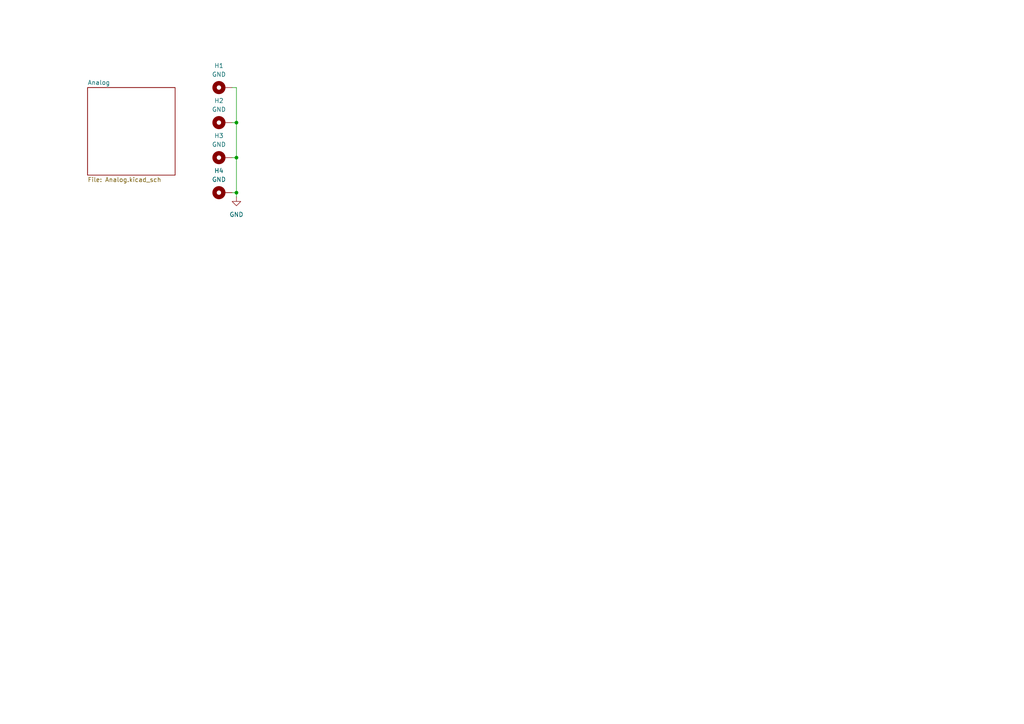
<source format=kicad_sch>
(kicad_sch (version 20211123) (generator eeschema)

  (uuid e63e39d7-6ac0-4ffd-8aa3-1841a4541b55)

  (paper "A4")

  (title_block
    (title "Vulkan")
    (rev "A")
  )

  (lib_symbols
    (symbol "Mechanical:MountingHole_Pad" (pin_numbers hide) (pin_names (offset 1.016) hide) (in_bom yes) (on_board yes)
      (property "Reference" "H" (id 0) (at 0 6.35 0)
        (effects (font (size 1.27 1.27)))
      )
      (property "Value" "MountingHole_Pad" (id 1) (at 0 4.445 0)
        (effects (font (size 1.27 1.27)))
      )
      (property "Footprint" "" (id 2) (at 0 0 0)
        (effects (font (size 1.27 1.27)) hide)
      )
      (property "Datasheet" "~" (id 3) (at 0 0 0)
        (effects (font (size 1.27 1.27)) hide)
      )
      (property "ki_keywords" "mounting hole" (id 4) (at 0 0 0)
        (effects (font (size 1.27 1.27)) hide)
      )
      (property "ki_description" "Mounting Hole with connection" (id 5) (at 0 0 0)
        (effects (font (size 1.27 1.27)) hide)
      )
      (property "ki_fp_filters" "MountingHole*Pad*" (id 6) (at 0 0 0)
        (effects (font (size 1.27 1.27)) hide)
      )
      (symbol "MountingHole_Pad_0_1"
        (circle (center 0 1.27) (radius 1.27)
          (stroke (width 1.27) (type default) (color 0 0 0 0))
          (fill (type none))
        )
      )
      (symbol "MountingHole_Pad_1_1"
        (pin input line (at 0 -2.54 90) (length 2.54)
          (name "1" (effects (font (size 1.27 1.27))))
          (number "1" (effects (font (size 1.27 1.27))))
        )
      )
    )
    (symbol "power:GND" (power) (pin_names (offset 0)) (in_bom yes) (on_board yes)
      (property "Reference" "#PWR" (id 0) (at 0 -6.35 0)
        (effects (font (size 1.27 1.27)) hide)
      )
      (property "Value" "GND" (id 1) (at 0 -3.81 0)
        (effects (font (size 1.27 1.27)))
      )
      (property "Footprint" "" (id 2) (at 0 0 0)
        (effects (font (size 1.27 1.27)) hide)
      )
      (property "Datasheet" "" (id 3) (at 0 0 0)
        (effects (font (size 1.27 1.27)) hide)
      )
      (property "ki_keywords" "power-flag" (id 4) (at 0 0 0)
        (effects (font (size 1.27 1.27)) hide)
      )
      (property "ki_description" "Power symbol creates a global label with name \"GND\" , ground" (id 5) (at 0 0 0)
        (effects (font (size 1.27 1.27)) hide)
      )
      (symbol "GND_0_1"
        (polyline
          (pts
            (xy 0 0)
            (xy 0 -1.27)
            (xy 1.27 -1.27)
            (xy 0 -2.54)
            (xy -1.27 -1.27)
            (xy 0 -1.27)
          )
          (stroke (width 0) (type default) (color 0 0 0 0))
          (fill (type none))
        )
      )
      (symbol "GND_1_1"
        (pin power_in line (at 0 0 270) (length 0) hide
          (name "GND" (effects (font (size 1.27 1.27))))
          (number "1" (effects (font (size 1.27 1.27))))
        )
      )
    )
  )

  (junction (at 68.58 45.72) (diameter 0) (color 0 0 0 0)
    (uuid 2dcd1f04-82cf-4e42-b63e-2955c47abf70)
  )
  (junction (at 68.58 35.56) (diameter 0) (color 0 0 0 0)
    (uuid 5f551220-330d-4b90-941d-1a3c0ff0e6ce)
  )
  (junction (at 68.58 55.88) (diameter 0) (color 0 0 0 0)
    (uuid 8e692e6f-0498-40cc-9a3a-4cf660cdbd28)
  )

  (wire (pts (xy 67.31 45.72) (xy 68.58 45.72))
    (stroke (width 0) (type default) (color 0 0 0 0))
    (uuid 1042b91d-4168-4793-ba43-262f15222338)
  )
  (wire (pts (xy 67.31 55.88) (xy 68.58 55.88))
    (stroke (width 0) (type default) (color 0 0 0 0))
    (uuid 5c643dea-39b8-4d15-bb19-f9c223c5a50d)
  )
  (wire (pts (xy 67.31 35.56) (xy 68.58 35.56))
    (stroke (width 0) (type default) (color 0 0 0 0))
    (uuid 92b927bb-01ad-4f30-a69a-c1b8d63a530f)
  )
  (wire (pts (xy 68.58 55.88) (xy 68.58 57.15))
    (stroke (width 0) (type default) (color 0 0 0 0))
    (uuid 9bc7ebb7-ed8c-4c8d-af37-9704734bf2dd)
  )
  (wire (pts (xy 68.58 25.4) (xy 68.58 35.56))
    (stroke (width 0) (type default) (color 0 0 0 0))
    (uuid b9f582de-cb9c-4d34-9c26-46b6a0e92b20)
  )
  (wire (pts (xy 67.31 25.4) (xy 68.58 25.4))
    (stroke (width 0) (type default) (color 0 0 0 0))
    (uuid ba6fe8c0-ade6-47d0-9dd6-25167317bbd6)
  )
  (wire (pts (xy 68.58 35.56) (xy 68.58 45.72))
    (stroke (width 0) (type default) (color 0 0 0 0))
    (uuid f066e4aa-f61f-461a-ad03-4a042a4756f7)
  )
  (wire (pts (xy 68.58 45.72) (xy 68.58 55.88))
    (stroke (width 0) (type default) (color 0 0 0 0))
    (uuid ff8eba96-431f-4af2-b751-17879a955f9e)
  )

  (symbol (lib_id "Mechanical:MountingHole_Pad") (at 64.77 55.88 90) (unit 1)
    (in_bom yes) (on_board yes)
    (uuid 09ff3764-0da6-4588-a99b-66296e5e641b)
    (property "Reference" "H4" (id 0) (at 63.5 49.53 90))
    (property "Value" "GND" (id 1) (at 63.5 52.07 90))
    (property "Footprint" "" (id 2) (at 64.77 55.88 0)
      (effects (font (size 1.27 1.27)) hide)
    )
    (property "Datasheet" "~" (id 3) (at 64.77 55.88 0)
      (effects (font (size 1.27 1.27)) hide)
    )
    (pin "1" (uuid 77b02b7a-b215-4c79-a455-dcc2f4fe6772))
  )

  (symbol (lib_id "Mechanical:MountingHole_Pad") (at 64.77 35.56 90) (unit 1)
    (in_bom yes) (on_board yes)
    (uuid 3436f705-38cf-47db-b69d-308b9d9a16bc)
    (property "Reference" "H2" (id 0) (at 63.5 29.21 90))
    (property "Value" "GND" (id 1) (at 63.5 31.75 90))
    (property "Footprint" "" (id 2) (at 64.77 35.56 0)
      (effects (font (size 1.27 1.27)) hide)
    )
    (property "Datasheet" "~" (id 3) (at 64.77 35.56 0)
      (effects (font (size 1.27 1.27)) hide)
    )
    (pin "1" (uuid 8f12afe5-a5a7-4f3a-88b7-3ace393091f0))
  )

  (symbol (lib_id "Mechanical:MountingHole_Pad") (at 64.77 45.72 90) (unit 1)
    (in_bom yes) (on_board yes)
    (uuid 8269bcd5-cd68-403e-b7d5-6653aa5032fe)
    (property "Reference" "H3" (id 0) (at 63.5 39.37 90))
    (property "Value" "GND" (id 1) (at 63.5 41.91 90))
    (property "Footprint" "" (id 2) (at 64.77 45.72 0)
      (effects (font (size 1.27 1.27)) hide)
    )
    (property "Datasheet" "~" (id 3) (at 64.77 45.72 0)
      (effects (font (size 1.27 1.27)) hide)
    )
    (pin "1" (uuid e8a642d7-fab0-44fb-891d-f3fbc9692234))
  )

  (symbol (lib_id "Mechanical:MountingHole_Pad") (at 64.77 25.4 90) (unit 1)
    (in_bom yes) (on_board yes)
    (uuid fced3abb-6c16-461e-8556-b234d8fcefac)
    (property "Reference" "H1" (id 0) (at 63.5 19.05 90))
    (property "Value" "" (id 1) (at 63.5 21.59 90))
    (property "Footprint" "" (id 2) (at 64.77 25.4 0)
      (effects (font (size 1.27 1.27)) hide)
    )
    (property "Datasheet" "~" (id 3) (at 64.77 25.4 0)
      (effects (font (size 1.27 1.27)) hide)
    )
    (pin "1" (uuid c44f8adb-b643-4147-948b-a39907d3206e))
  )

  (symbol (lib_id "power:GND") (at 68.58 57.15 0) (unit 1)
    (in_bom yes) (on_board yes) (fields_autoplaced)
    (uuid fd1b9f37-48a7-4de3-b64e-c6f0ef4aae54)
    (property "Reference" "#PWR0111" (id 0) (at 68.58 63.5 0)
      (effects (font (size 1.27 1.27)) hide)
    )
    (property "Value" "" (id 1) (at 68.58 62.23 0))
    (property "Footprint" "" (id 2) (at 68.58 57.15 0)
      (effects (font (size 1.27 1.27)) hide)
    )
    (property "Datasheet" "" (id 3) (at 68.58 57.15 0)
      (effects (font (size 1.27 1.27)) hide)
    )
    (pin "1" (uuid 3e424ce6-b48c-4dd4-bbdd-a6a0ef7cf8ba))
  )

  (sheet (at 25.4 25.4) (size 25.4 25.4) (fields_autoplaced)
    (stroke (width 0.1524) (type solid) (color 0 0 0 0))
    (fill (color 0 0 0 0.0000))
    (uuid 43139370-ccd5-4c19-90fd-1e56f17e69c8)
    (property "Sheet name" "Analog" (id 0) (at 25.4 24.6884 0)
      (effects (font (size 1.27 1.27)) (justify left bottom))
    )
    (property "Sheet file" "Analog.kicad_sch" (id 1) (at 25.4 51.3846 0)
      (effects (font (size 1.27 1.27)) (justify left top))
    )
  )

  (sheet_instances
    (path "/" (page "1"))
    (path "/43139370-ccd5-4c19-90fd-1e56f17e69c8" (page "2"))
  )

  (symbol_instances
    (path "/43139370-ccd5-4c19-90fd-1e56f17e69c8/e3398458-087d-42fd-bd13-4f28fc2f146a"
      (reference "#PWR0101") (unit 1) (value "GND") (footprint "")
    )
    (path "/43139370-ccd5-4c19-90fd-1e56f17e69c8/5d4fb4b9-ee09-42ec-bd89-a63edaf5a83c"
      (reference "#PWR0102") (unit 1) (value "GND") (footprint "")
    )
    (path "/43139370-ccd5-4c19-90fd-1e56f17e69c8/1a591e17-b553-4712-84d6-fd08582887d6"
      (reference "#PWR0103") (unit 1) (value "+24V") (footprint "")
    )
    (path "/43139370-ccd5-4c19-90fd-1e56f17e69c8/a9da8104-713a-45e4-ade4-669fe0e2543d"
      (reference "#PWR0104") (unit 1) (value "GND") (footprint "")
    )
    (path "/43139370-ccd5-4c19-90fd-1e56f17e69c8/00eb78cd-5ffb-46ff-b746-15c2039f2947"
      (reference "#PWR0105") (unit 1) (value "GND") (footprint "")
    )
    (path "/43139370-ccd5-4c19-90fd-1e56f17e69c8/f4e98b88-d208-4b47-84f2-694600388b93"
      (reference "#PWR0106") (unit 1) (value "GND") (footprint "")
    )
    (path "/43139370-ccd5-4c19-90fd-1e56f17e69c8/c8b70af1-1023-4daf-bbee-93268fe9a3c6"
      (reference "#PWR0107") (unit 1) (value "GND") (footprint "")
    )
    (path "/43139370-ccd5-4c19-90fd-1e56f17e69c8/25202c17-62b5-4638-abf0-aa8737b1670a"
      (reference "#PWR0108") (unit 1) (value "GND") (footprint "")
    )
    (path "/43139370-ccd5-4c19-90fd-1e56f17e69c8/023cb0b1-a0ed-42e7-a84b-f00518aa68e7"
      (reference "#PWR0109") (unit 1) (value "+24V") (footprint "")
    )
    (path "/43139370-ccd5-4c19-90fd-1e56f17e69c8/65715d9a-3e6b-45c9-a920-3314c26af3b9"
      (reference "#PWR0110") (unit 1) (value "GND") (footprint "")
    )
    (path "/fd1b9f37-48a7-4de3-b64e-c6f0ef4aae54"
      (reference "#PWR0111") (unit 1) (value "GND") (footprint "")
    )
    (path "/43139370-ccd5-4c19-90fd-1e56f17e69c8/d7e2236c-318c-4e19-b0ad-5fbbc12a5de2"
      (reference "#PWR0112") (unit 1) (value "GND") (footprint "")
    )
    (path "/43139370-ccd5-4c19-90fd-1e56f17e69c8/dd9308aa-fa85-4e81-bac6-9330b43973bb"
      (reference "#PWR0113") (unit 1) (value "+24V") (footprint "")
    )
    (path "/43139370-ccd5-4c19-90fd-1e56f17e69c8/ddc11ebb-5173-49ff-8626-f952a0fa9913"
      (reference "#PWR0115") (unit 1) (value "VCC") (footprint "")
    )
    (path "/43139370-ccd5-4c19-90fd-1e56f17e69c8/6b075a0a-7b2f-42df-bfe4-7a1a905f4134"
      (reference "#PWR0116") (unit 1) (value "GND") (footprint "")
    )
    (path "/43139370-ccd5-4c19-90fd-1e56f17e69c8/c9ec035f-68bf-49c5-8389-4bcbd56571f8"
      (reference "#PWR0117") (unit 1) (value "VCC") (footprint "")
    )
    (path "/43139370-ccd5-4c19-90fd-1e56f17e69c8/0a10cc82-7a72-4899-9e2a-55b76897c911"
      (reference "#PWR0118") (unit 1) (value "GND") (footprint "")
    )
    (path "/43139370-ccd5-4c19-90fd-1e56f17e69c8/aa0b4c73-019d-49a3-bcfb-b794cf29b842"
      (reference "#PWR0119") (unit 1) (value "GND") (footprint "")
    )
    (path "/43139370-ccd5-4c19-90fd-1e56f17e69c8/13908d30-6f57-458d-a677-a14c2d067458"
      (reference "#PWR0120") (unit 1) (value "+24V") (footprint "")
    )
    (path "/43139370-ccd5-4c19-90fd-1e56f17e69c8/31410112-d2ef-4ed5-9e37-c1500dbac57f"
      (reference "C2") (unit 1) (value "100n") (footprint "Capacitor_SMD:C_0402_1005Metric_Pad0.74x0.62mm_HandSolder")
    )
    (path "/43139370-ccd5-4c19-90fd-1e56f17e69c8/b4c01e56-f247-42d4-93c2-c6ba2d39fb60"
      (reference "C3") (unit 1) (value "10n") (footprint "Capacitor_SMD:C_0402_1005Metric_Pad0.74x0.62mm_HandSolder")
    )
    (path "/43139370-ccd5-4c19-90fd-1e56f17e69c8/c5203ebe-f87a-4ab5-ac2c-968ab40de6f8"
      (reference "C6") (unit 1) (value "22u") (footprint "Capacitor_SMD:C_1206_3216Metric_Pad1.33x1.80mm_HandSolder")
    )
    (path "/43139370-ccd5-4c19-90fd-1e56f17e69c8/3e8119dc-d023-42c1-9725-ad1e203fd982"
      (reference "C7") (unit 1) (value "10n") (footprint "Capacitor_SMD:C_0402_1005Metric_Pad0.74x0.62mm_HandSolder")
    )
    (path "/43139370-ccd5-4c19-90fd-1e56f17e69c8/7dda8ea0-8b74-497e-98e4-0dbfe15141f6"
      (reference "C8") (unit 1) (value "10u") (footprint "Capacitor_SMD:C_0805_2012Metric_Pad1.18x1.45mm_HandSolder")
    )
    (path "/43139370-ccd5-4c19-90fd-1e56f17e69c8/5e003ebd-221f-4d91-8466-2174aa16e5cf"
      (reference "C9") (unit 1) (value "100n") (footprint "Capacitor_SMD:C_0402_1005Metric_Pad0.74x0.62mm_HandSolder")
    )
    (path "/43139370-ccd5-4c19-90fd-1e56f17e69c8/9758f72b-9e94-429c-8540-b5c988cb68f4"
      (reference "C10") (unit 1) (value "4u7") (footprint "Capacitor_SMD:C_0805_2012Metric_Pad1.18x1.45mm_HandSolder")
    )
    (path "/43139370-ccd5-4c19-90fd-1e56f17e69c8/b5e23bb3-440f-49bb-a4cd-896d06fea044"
      (reference "C12") (unit 1) (value "1u") (footprint "Capacitor_SMD:C_0603_1608Metric_Pad1.08x0.95mm_HandSolder")
    )
    (path "/43139370-ccd5-4c19-90fd-1e56f17e69c8/d7d34cbc-a46d-4050-9131-7096526b5309"
      (reference "C16") (unit 1) (value "1u") (footprint "Capacitor_SMD:C_0603_1608Metric_Pad1.08x0.95mm_HandSolder")
    )
    (path "/43139370-ccd5-4c19-90fd-1e56f17e69c8/641cd7c7-6aff-4c5a-a4ea-2d66cb4939ca"
      (reference "C17") (unit 1) (value "100n") (footprint "Capacitor_SMD:C_0402_1005Metric_Pad0.74x0.62mm_HandSolder")
    )
    (path "/43139370-ccd5-4c19-90fd-1e56f17e69c8/bf401a04-8d88-4492-96c6-5b23f461c9c8"
      (reference "C18") (unit 1) (value "4u7") (footprint "Capacitor_SMD:C_0805_2012Metric_Pad1.18x1.45mm_HandSolder")
    )
    (path "/43139370-ccd5-4c19-90fd-1e56f17e69c8/2b62ab83-2eca-4dba-b87a-a5119fa424b0"
      (reference "C19") (unit 1) (value "10n") (footprint "Capacitor_SMD:C_0402_1005Metric_Pad0.74x0.62mm_HandSolder")
    )
    (path "/43139370-ccd5-4c19-90fd-1e56f17e69c8/d524be68-d599-4055-b587-cf0f04844c62"
      (reference "C20") (unit 1) (value "10u") (footprint "Capacitor_SMD:C_0805_2012Metric_Pad1.18x1.45mm_HandSolder")
    )
    (path "/43139370-ccd5-4c19-90fd-1e56f17e69c8/27b072f5-ae13-40ab-aa01-5a3f3aa9a3d4"
      (reference "C21") (unit 1) (value "22u") (footprint "Capacitor_SMD:C_1206_3216Metric_Pad1.33x1.80mm_HandSolder")
    )
    (path "/43139370-ccd5-4c19-90fd-1e56f17e69c8/160fa0f8-bb3e-40db-b181-bf8d97ae77c7"
      (reference "C22") (unit 1) (value "10n") (footprint "Capacitor_SMD:C_0402_1005Metric_Pad0.74x0.62mm_HandSolder")
    )
    (path "/43139370-ccd5-4c19-90fd-1e56f17e69c8/5ef3e646-5b87-40d3-9b35-220aa5c9d429"
      (reference "C23") (unit 1) (value "100n") (footprint "Capacitor_SMD:C_0402_1005Metric_Pad0.74x0.62mm_HandSolder")
    )
    (path "/43139370-ccd5-4c19-90fd-1e56f17e69c8/71911e80-3b6a-4069-a7bb-bcd5e86100b0"
      (reference "D1") (unit 1) (value "D_Small") (footprint "Diode_SMD:D_SMB-SMC_Universal_Handsoldering")
    )
    (path "/43139370-ccd5-4c19-90fd-1e56f17e69c8/bca2c74d-43fa-437b-ac40-5e952ac29c03"
      (reference "F1") (unit 1) (value "6A") (footprint "Fuse:Fuse_2512_6332Metric_Pad1.52x3.35mm_HandSolder")
    )
    (path "/fced3abb-6c16-461e-8556-b234d8fcefac"
      (reference "H1") (unit 1) (value "GND") (footprint "MountingHole:MountingHole_2.2mm_M2_Pad_Via")
    )
    (path "/3436f705-38cf-47db-b69d-308b9d9a16bc"
      (reference "H2") (unit 1) (value "GND") (footprint "MountingHole:MountingHole_2.2mm_M2_Pad_Via")
    )
    (path "/8269bcd5-cd68-403e-b7d5-6653aa5032fe"
      (reference "H3") (unit 1) (value "GND") (footprint "MountingHole:MountingHole_2.2mm_M2_Pad_Via")
    )
    (path "/09ff3764-0da6-4588-a99b-66296e5e641b"
      (reference "H4") (unit 1) (value "GND") (footprint "MountingHole:MountingHole_2.2mm_M2_Pad_Via")
    )
    (path "/43139370-ccd5-4c19-90fd-1e56f17e69c8/217c32d0-c20b-4988-87f2-31f06009e0e6"
      (reference "J1") (unit 1) (value "V_{CC}") (footprint "Connector_Wire:SolderWirePad_1x01_SMD_5x10mm")
    )
    (path "/43139370-ccd5-4c19-90fd-1e56f17e69c8/fdf8b106-53e0-44ef-b5c7-65886b01dac4"
      (reference "J2") (unit 1) (value "GND") (footprint "Connector_Wire:SolderWirePad_1x01_SMD_5x10mm")
    )
    (path "/43139370-ccd5-4c19-90fd-1e56f17e69c8/d4f82cce-fd98-43e9-9809-fd6c138f6ede"
      (reference "J3") (unit 1) (value "V_{SET}") (footprint "Connector_Wire:SolderWirePad_1x01_SMD_5x10mm")
    )
    (path "/43139370-ccd5-4c19-90fd-1e56f17e69c8/525029e6-ba76-4526-bb69-ebd95ae556d1"
      (reference "J4") (unit 1) (value "GND") (footprint "Connector_Wire:SolderWirePad_1x01_SMD_5x10mm")
    )
    (path "/43139370-ccd5-4c19-90fd-1e56f17e69c8/7354549f-263a-4ec0-bb8f-d0702e2e52cb"
      (reference "R1") (unit 1) (value "0.1") (footprint "Resistor_SMD:R_2512_6332Metric_Pad1.40x3.35mm_HandSolder")
    )
    (path "/43139370-ccd5-4c19-90fd-1e56f17e69c8/8b96a801-ec4f-4003-8fa4-e84a7149d717"
      (reference "R2") (unit 1) (value "R_{f}") (footprint "Resistor_SMD:R_0402_1005Metric_Pad0.72x0.64mm_HandSolder")
    )
    (path "/43139370-ccd5-4c19-90fd-1e56f17e69c8/dbe55a92-a526-4385-a062-628e94712cb6"
      (reference "R3") (unit 1) (value "R_{i}") (footprint "Resistor_SMD:R_0402_1005Metric_Pad0.72x0.64mm_HandSolder")
    )
    (path "/43139370-ccd5-4c19-90fd-1e56f17e69c8/58f18c35-19e1-4804-8055-8626afbcbe76"
      (reference "U2") (unit 1) (value "MAX4080F") (footprint "Package_SO:SOIC-8_3.9x4.9mm_P1.27mm")
    )
    (path "/43139370-ccd5-4c19-90fd-1e56f17e69c8/e3930026-f9e7-4612-893e-f6275bcc3e0a"
      (reference "U3") (unit 1) (value "OP07") (footprint "Package_SO:SOIC-8_3.9x4.9mm_P1.27mm")
    )
    (path "/43139370-ccd5-4c19-90fd-1e56f17e69c8/784b6458-3ae8-48f4-9482-731714d7927e"
      (reference "U4") (unit 1) (value "LT1083-ADJ") (footprint "Package_TO_SOT_SMD:TO-263-3_TabPin2")
    )
    (path "/43139370-ccd5-4c19-90fd-1e56f17e69c8/54c45558-17dc-4c6d-9e99-d0d6899ccc20"
      (reference "U5") (unit 1) (value "OP07") (footprint "Package_SO:SOIC-8_3.9x4.9mm_P1.27mm")
    )
    (path "/43139370-ccd5-4c19-90fd-1e56f17e69c8/9753251e-f57f-40e9-8010-f3629c808873"
      (reference "U6") (unit 1) (value "OP07") (footprint "Package_SO:SOIC-8_3.9x4.9mm_P1.27mm")
    )
  )
)

</source>
